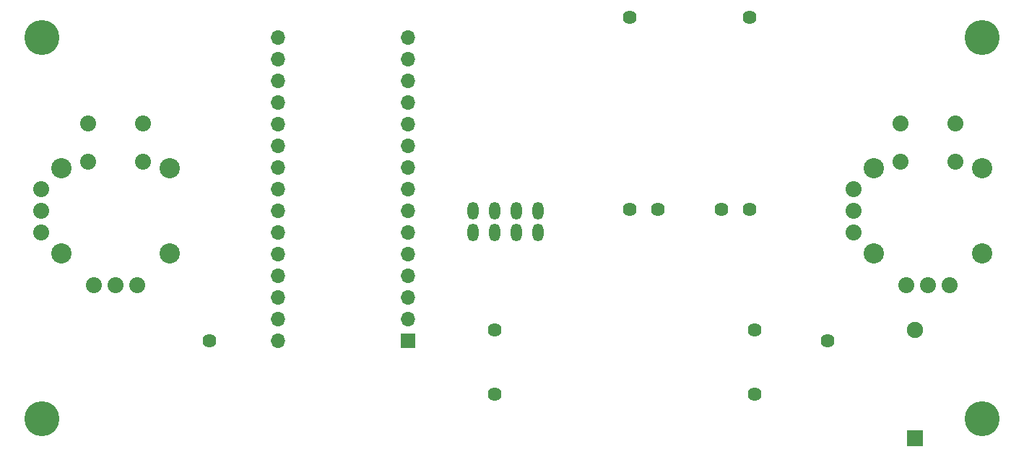
<source format=gbr>
%TF.GenerationSoftware,KiCad,Pcbnew,5.1.6-c6e7f7d~87~ubuntu18.04.1*%
%TF.CreationDate,2020-09-20T23:53:53-07:00*%
%TF.ProjectId,cad,6361642e-6b69-4636-9164-5f7063625858,rev?*%
%TF.SameCoordinates,Original*%
%TF.FileFunction,Soldermask,Top*%
%TF.FilePolarity,Negative*%
%FSLAX46Y46*%
G04 Gerber Fmt 4.6, Leading zero omitted, Abs format (unit mm)*
G04 Created by KiCad (PCBNEW 5.1.6-c6e7f7d~87~ubuntu18.04.1) date 2020-09-20 23:53:53*
%MOMM*%
%LPD*%
G01*
G04 APERTURE LIST*
%ADD10O,1.900000X1.900000*%
%ADD11R,1.900000X1.900000*%
%ADD12C,1.624000*%
%ADD13C,4.100000*%
%ADD14O,1.300000X2.100000*%
%ADD15O,1.700000X1.700000*%
%ADD16R,1.700000X1.700000*%
%ADD17C,1.878000*%
%ADD18C,2.386000*%
G04 APERTURE END LIST*
D10*
%TO.C,D1*%
X200406000Y-113030000D03*
D11*
X200406000Y-125730000D03*
%TD*%
D12*
%TO.C,U4*%
X190174000Y-114300000D03*
X117674000Y-114300000D03*
%TD*%
D13*
%TO.C,REF\u002A\u002A*%
X208280000Y-123444000D03*
%TD*%
%TO.C,REF\u002A\u002A*%
X208280000Y-78740000D03*
%TD*%
%TO.C,REF\u002A\u002A*%
X98044000Y-123444000D03*
%TD*%
%TO.C,REF\u002A\u002A*%
X98044000Y-78740000D03*
%TD*%
D14*
%TO.C,U1*%
X156210000Y-101600000D03*
X156210000Y-99060000D03*
X153670000Y-101600000D03*
X153670000Y-99060000D03*
X151130000Y-101600000D03*
X151130000Y-99060000D03*
X148590000Y-101600000D03*
X148590000Y-99060000D03*
%TD*%
D12*
%TO.C,U3*%
X151120000Y-120590000D03*
X151120000Y-113090000D03*
X181620000Y-120590000D03*
X181620000Y-113090000D03*
%TD*%
%TO.C,U2*%
X170240000Y-98900000D03*
X166990000Y-98900000D03*
X177740000Y-98900000D03*
X180990000Y-98900000D03*
X180990000Y-76400000D03*
X166990000Y-76400000D03*
%TD*%
D15*
%TO.C,A1*%
X125730000Y-78740000D03*
X140970000Y-78740000D03*
X125730000Y-114300000D03*
X140970000Y-81280000D03*
X125730000Y-111760000D03*
X140970000Y-83820000D03*
X125730000Y-109220000D03*
X140970000Y-86360000D03*
X125730000Y-106680000D03*
X140970000Y-88900000D03*
X125730000Y-104140000D03*
X140970000Y-91440000D03*
X125730000Y-101600000D03*
X140970000Y-93980000D03*
X125730000Y-99060000D03*
X140970000Y-96520000D03*
X125730000Y-96520000D03*
X140970000Y-99060000D03*
X125730000Y-93980000D03*
X140970000Y-101600000D03*
X125730000Y-91440000D03*
X140970000Y-104140000D03*
X125730000Y-88900000D03*
X140970000Y-106680000D03*
X125730000Y-86360000D03*
X140970000Y-109220000D03*
X125730000Y-83820000D03*
X140970000Y-111760000D03*
X125730000Y-81280000D03*
D16*
X140970000Y-114300000D03*
%TD*%
D17*
%TO.C,J1*%
X97950000Y-101610000D03*
X97950000Y-99060000D03*
X97948000Y-96510000D03*
D18*
X113005000Y-94060000D03*
X113005000Y-104060000D03*
X100355000Y-104060000D03*
X100355000Y-94060000D03*
D17*
X109230000Y-107790000D03*
X106680000Y-107790000D03*
X104130000Y-107790000D03*
X109930000Y-93310000D03*
X103430000Y-93310000D03*
X109930000Y-88810000D03*
X103430000Y-88810000D03*
%TD*%
%TO.C,J2*%
X193200000Y-101610000D03*
X193200000Y-99060000D03*
X193198000Y-96510000D03*
D18*
X208255000Y-94060000D03*
X208255000Y-104060000D03*
X195605000Y-104060000D03*
X195605000Y-94060000D03*
D17*
X204480000Y-107790000D03*
X201930000Y-107790000D03*
X199380000Y-107790000D03*
X205180000Y-93310000D03*
X198680000Y-93310000D03*
X205180000Y-88810000D03*
X198680000Y-88810000D03*
%TD*%
M02*

</source>
